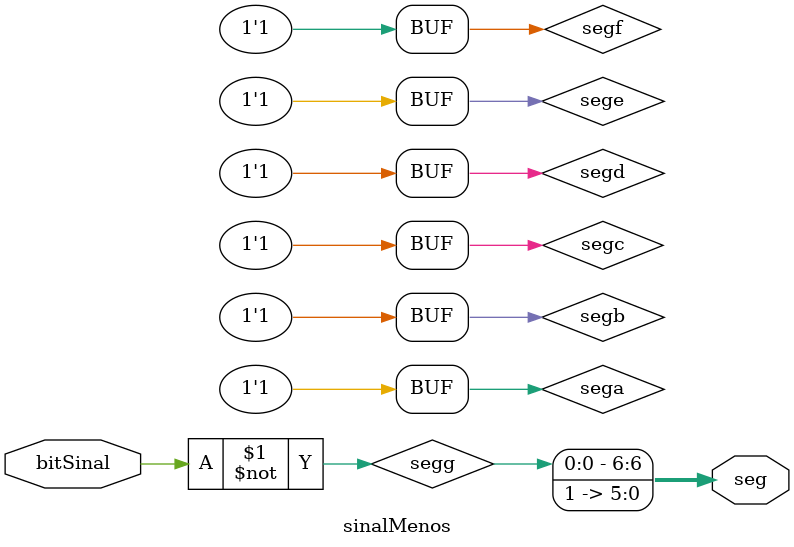
<source format=v>

module sinalMenos(bitSinal, seg);
	input bitSinal;
	output [6:0] seg;
	
	wire sega, segb, segc, segd, sege, segf, segg;

	assign sega = 1'b1;
	assign segb = 1'b1;
	assign segc = 1'b1;
	assign segd = 1'b1;
	assign sege = 1'b1;
	assign segf = 1'b1;
	assign segg = ~bitSinal;

	assign seg = {segg, segf, sege, segd, segc, segb, sega};
endmodule
</source>
